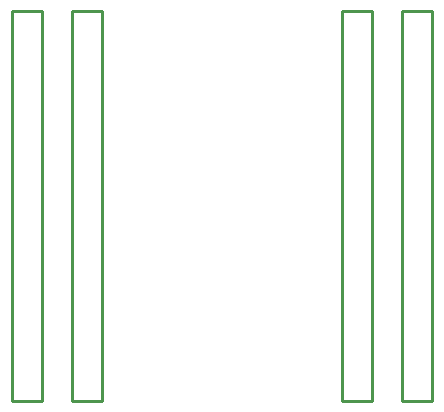
<source format=gbr>
G04 DipTrace 3.3.1.3*
G04 TopSilk.gbr*
%MOIN*%
G04 #@! TF.FileFunction,Legend,Top*
G04 #@! TF.Part,Single*
%ADD10C,0.009843*%
%FSLAX26Y26*%
G04*
G70*
G90*
G75*
G01*
G04 TopSilk*
%LPD*%
X743702Y1993763D2*
D10*
X643700D1*
Y693637D1*
X743702D1*
Y1993763D1*
X1843702D2*
X1743700D1*
Y693637D1*
X1843702D1*
Y1993763D1*
X443698Y693637D2*
X543700D1*
Y1993763D1*
X443698D1*
Y693637D1*
X1543698D2*
X1643700D1*
Y1993763D1*
X1543698D1*
Y693637D1*
M02*

</source>
